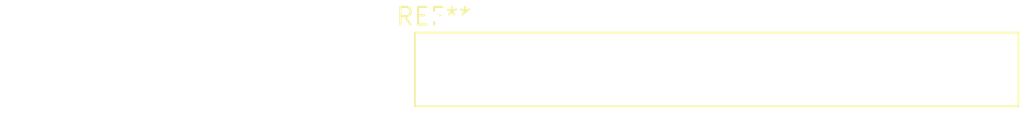
<source format=kicad_pcb>
(kicad_pcb (version 20240108) (generator pcbnew)
  (layers (0 "F.Cu" signal) (31 "B.Cu" signal) (34 "B.Paste" user) (35 "F.Paste" user) (36 "B.SilkS" user "B.Silkscreen") (37 "F.SilkS" user "F.Silkscreen") (38 "B.Mask" user) (39 "F.Mask" user) (44 "Edge.Cuts" user))
  (net 0 "")
  (footprint "Samtec_HLE-117-02-xx-DV-PE-LC_2x17_P2.54mm_Horizontal" (layer "F.Cu") (at 0 0)
    (property "Reference" "REF**")
    (property "Value" "Samtec_HLE-117-02-xx-DV-PE-LC_2x17_P2.54mm_Horizontal")
    (fp_line (start -1.38 1.16) (end 42.02 1.16) (layer "F.SilkS") (stroke (width 0.12)))
    (fp_line (start -1.38 6.46) (end -1.38 1.16) (layer "F.SilkS") (stroke (width 0.12)))
    (fp_line (start 42.02 1.16) (end 42.02 6.46) (layer "F.SilkS") (stroke (width 0.12)))
    (fp_line (start 42.02 6.46) (end -1.38 6.46) (layer "F.SilkS") (stroke (width 0.12)))
    (pad "" np_thru_hole circle (at 0 2.54) (size 1.4 1.4) (drill 1.4) (layers *.Cu *.Mask))
    (pad "" np_thru_hole circle (at 0 5.08) (size 1.4 1.4) (drill 1.4) (layers *.Cu *.Mask))
    (pad "" np_thru_hole circle (at 1.27 3.81) (size 1.19 1.19) (drill 1.19) (layers *.Cu *.Mask))
    (pad "" np_thru_hole circle (at 2.54 2.54) (size 1.4 1.4) (drill 1.4) (layers *.Cu *.Mask))
    (pad "" np_thru_hole circle (at 2.54 5.08) (size 1.4 1.4) (drill 1.4) (layers *.Cu *.Mask))
    (pad "" np_thru_hole circle (at 5.08 2.54) (size 1.4 1.4) (drill 1.4) (layers *.Cu *.Mask))
    (pad "" np_thru_hole circle (at 5.08 5.08) (size 1.4 1.4) (drill 1.4) (layers *.Cu *.Mask))
    (pad "" np_thru_hole circle (at 7.62 2.54) (size 1.4 1.4) (drill 1.4) (layers *.Cu *.Mask))
    (pad "" np_thru_hole circle (at 7.62 5.08) (size 1.4 1.4) (drill 1.4) (layers *.Cu *.Mask))
    (pad "" np_thru_hole circle (at 10.16 2.54) (size 1.4 1.4) (drill 1.4) (layers *.Cu *.Mask))
    (pad "" np_thru_hole circle (at 10.16 5.08) (size 1.4 1.4) (drill 1.4) (layers *.Cu *.Mask))
    (pad "" np_thru_hole circle (at 12.7 2.54) (size 1.4 1.4) (drill 1.4) (layers *.Cu *.Mask))
    (pad "" np_thru_hole circle (at 12.7 5.08) (size 1.4 1.4) (drill 1.4) (layers *.Cu *.Mask))
    (pad "" np_thru_hole circle (at 15.24 2.54) (size 1.4 1.4) (drill 1.4) (layers *.Cu *.Mask))
    (pad "" np_thru_hole circle (at 15.24 5.08) (size 1.4 1.4) (drill 1.4) (layers *.Cu *.Mask))
    (pad "" np_thru_hole circle (at 17.78 2.54) (size 1.4 1.4) (drill 1.4) (layers *.Cu *.Mask))
    (pad "" np_thru_hole circle (at 17.78 5.08) (size 1.4 1.4) (drill 1.4) (layers *.Cu *.Mask))
    (pad "" np_thru_hole circle (at 20.32 2.54) (size 1.4 1.4) (drill 1.4) (layers *.Cu *.Mask))
    (pad "" np_thru_hole circle (at 20.32 5.08) (size 1.4 1.4) (drill 1.4) (layers *.Cu *.Mask))
    (pad "" np_thru_hole circle (at 22.86 2.54) (size 1.4 1.4) (drill 1.4) (layers *.Cu *.Mask))
    (pad "" np_thru_hole circle (at 22.86 5.08) (size 1.4 1.4) (drill 1.4) (layers *.Cu *.Mask))
    (pad "" np_thru_hole circle (at 25.4 2.54) (size 1.4 1.4) (drill 1.4) (layers *.Cu *.Mask))
    (pad "" np_thru_hole circle (at 25.4 5.08) (size 1.4 1.4) (drill 1.4) (layers *.Cu *.Mask))
    (pad "" np_thru_hole circle (at 27.94 2.54) (size 1.4 1.4) (drill 1.4) (layers *.Cu *.Mask))
    (pad "" np_thru_hole circle (at 27.94 5.08) (size 1.4 1.4) (drill 1.4) (layers *.Cu *.Mask))
    (pad "" np_thru_hole circle (at 30.48 2.54) (size 1.4 1.4) (drill 1.4) (layers *.Cu *.Mask))
    (pad "" np_thru_hole circle (at 30.48 5.08) (size 1.4 1.4) (drill 1.4) (layers *.Cu *.Mask))
    (pad "" np_thru_hole circle (at 33.02 2.54) (size 1.4 1.4) (drill 1.4) (layers *.Cu *.Mask))
    (pad "" np_thru_hole circle (at 33.02 5.08) (size 1.4 1.4) (drill 1.4) (layers *.Cu *.Mask))
    (pad "" np_thru_hole circle (at 35.56 2.54) (size 1.4 1.4) (drill 1.4) (layers *.Cu *.Mask))
    (pad "" np_thru_hole circle (at 35.56 5.08) (size 1.4 1.4) (drill 1.4) (layers *.Cu *.Mask))
    (pad "" np_thru_hole circle (at 38.1 2.54) (size 1.4 1.4) (drill 1.4) (layers *.Cu *.Mask))
    (pad "" np_thru_hole circle (at 38.1 5.08) (size 1.4 1.4) (drill 1.4) (layers *.Cu *.Mask))
    (pad "" np_thru_hole circle (at 39.37 3.81) (size 1.19 1.19) (drill 1.19) (layers *.Cu *.Mask))
    (pad "" np_thru_hole circle (at 40.64 2.54) (size 1.4 1.4) (drill 1.4) (layers *.Cu *.Mask))
    (pad "" np_thru_hole circle (at 40.64 5.08) (size 1.4 1.4) (drill 1.4) (layers *.Cu *.Mask))
    (pad "1" thru_hole roundrect (at 0 0) (size 1.31 1.31) (drill 0.71) (layers *.Cu *.Mask) (remove_unused_layers) (roundrect_rratio 0.19084))
    (pad "2" thru_hole circle (at 0 7.62) (size 1.31 1.31) (drill 0.71) (layers *.Cu *.Mask) (remove_unused_layers))
    (pad "3" thru_hole circle (at 2.54 0) (size 1.31 1.31) (drill 0.71) (layers *.Cu *.Mask) (remove_unused_layers))
    (pad "4" thru_hole circle (at 2.54 7.62) (size 1.31 1.31) (drill 0.71) (layers *.Cu *.Mask) (remove_unused_layers))
    (pad "5" thru_hole circle (at 5.08 0) (size 1.31 1.31) (drill 0.71) (layers *.Cu *.Mask) (remove_unused_layers))
    (pad "6" thru_hole circle (at 5.08 7.62) (size 1.31 1.31) (drill 0.71) (layers *.Cu *.Mask) (remove_unused_layers))
    (pad "7" thru_hole circle (at 7.62 0) (size 1.31 1.31) (drill 0.71) (layers *.Cu *.Mask) (remove_unused_layers))
    (pad "8" thru_hole circle (at 7.62 7.62) (size 1.31 1.31) (drill 0.71) (layers *.Cu *.Mask) (remove_unused_layers))
    (pad "9" thru_hole circle (at 10.16 0) (size 1.31 1.31) (drill 0.71) (layers *.Cu *.Mask) (remove_unused_layers))
    (pad "10" thru_hole circle (at 10.16 7.62) (size 1.31 1.31) (drill 0.71) (layers *.Cu *.Mask) (remove_unused_layers))
    (pad "11" thru_hole circle (at 12.7 0) (size 1.31 1.31) (drill 0.71) (layers *.Cu *.Mask) (remove_unused_layers))
    (pad "12" thru_hole circle (at 12.7 7.62) (size 1.31 1.31) (drill 0.71) (layers *.Cu *.Mask) (remove_unused_layers))
    (pad "13" thru_hole circle (at 15.24 0) (size 1.31 1.31) (drill 0.71) (layers *.Cu *.Mask) (remove_unused_layers))
    (pad "14" thru_hole circle (at 15.24 7.62) (size 1.31 1.31) (drill 0.71) (layers *.Cu *.Mask) (remove_unused_layers))
    (pad "15" thru_hole circle (at 17.78 0) (size 1.31 1.31) (drill 0.71) (layers *.Cu *.Mask) (remove_unused_layers))
    (pad "16" thru_hole circle (at 17.78 7.62) (size 1.31 1.31) (drill 0.71) (layers *.Cu *.Mask) (remove_unused_layers))
    (pad "17" thru_hole circle (at 20.32 0) (size 1.31 1.31) (drill 0.71) (layers *.Cu *.Mask) (remove_unused_layers))
    (pad "18" thru_hole circle (at 20.32 7.62) (size 1.31 1.31) (drill 0.71) (layers *.Cu *.Mask) (remove_unused_layers))
    (pad "19" thru_hole circle (at 22.86 0) (size 1.31 1.31) (drill 0.71) (layers *.Cu *.Mask) (remove_unused_layers))
    (pad "20" thru_hole circle (at 22.86 7.62) (size 1.31 1.31) (drill 0.71) (layers *.Cu *.Mask) (remove_unused_layers))
    (pad "21" thru_hole circle (at 25.4 0) (size 1.31 1.31) (drill 0.71) (layers *.Cu *.Mask) (remove_unused_layers))
    (pad "22" thru_hole circle (at 25.4 7.62) (size 1.31 1.31) (drill 0.71) (layers *.Cu *.Mask) (remove_unused_layers))
    (pad "23" thru_hole circle (at 27.94 0) (size 1.31 1.31) (drill 0.71) (layers *.Cu *.Mask) (remove_unused_layers))
    (pad "24" thru_hole circle (at 27.94 7.62) (size 1.31 1.31) (drill 0.71) (layers *.Cu *.Mask) (remove_unused_layers))
    (pad "25" thru_hole circle (at 30.48 0) (size 1.31 1.31) (drill 0.71) (layers *.Cu *.Mask) (remove_unused_layers))
    (pad "26" thru_hole circle (at 30.48 7.62) (size 1.31 1.31) (drill 0.71) (layers *.Cu *.Mask) (remove_unused_layers))
    (pad "27" thru_hole circle (at 33.02 0) (size 1.31 1.31) (drill 0.71) (layers *.Cu *.Mask) (remove_unused_layers))
    (pad "28" thru_hole circle (at 33.02 7.62) (size 1.31 1.31) (drill 0.71) (layers *.Cu *.Mask) (remove_unused_layers))
    (pad "29" thru_hole circle (at 35.56 0) (size 1.31 1.31) (drill 0.71) (layers *.Cu *.Mask) (remove_unused_layers))
    (pad "30" thru_hole circle (at 35.56 7.62) (size 1.31 1.31) (drill 0.71) (layers *.Cu *.Mask) (remove_unused_layers))
    (pad "31" thru_hole circle (at 38.1 0) (size 1.31 1.31) (drill 0.71) (layers *.Cu *.Mask) (remove_unused_layers))
    (pad "32" thru_hole circle (at 38.1 7.62) (size 1.31 1.31) (drill 0.71) (layers *.Cu *.Mask) (remove_unused_layers))
    (pad "33" thru_hole circle (at 40.64 0) (size 1.31 1.31) (drill 0.71) (layers *.Cu *.Mask) (remove_unused_layers))
    (pad "34" thru_hole circle (at 40.64 7.62) (size 1.31 1.31) (drill 0.71) (layers *.Cu *.Mask) (remove_unused_layers))
  )
)
</source>
